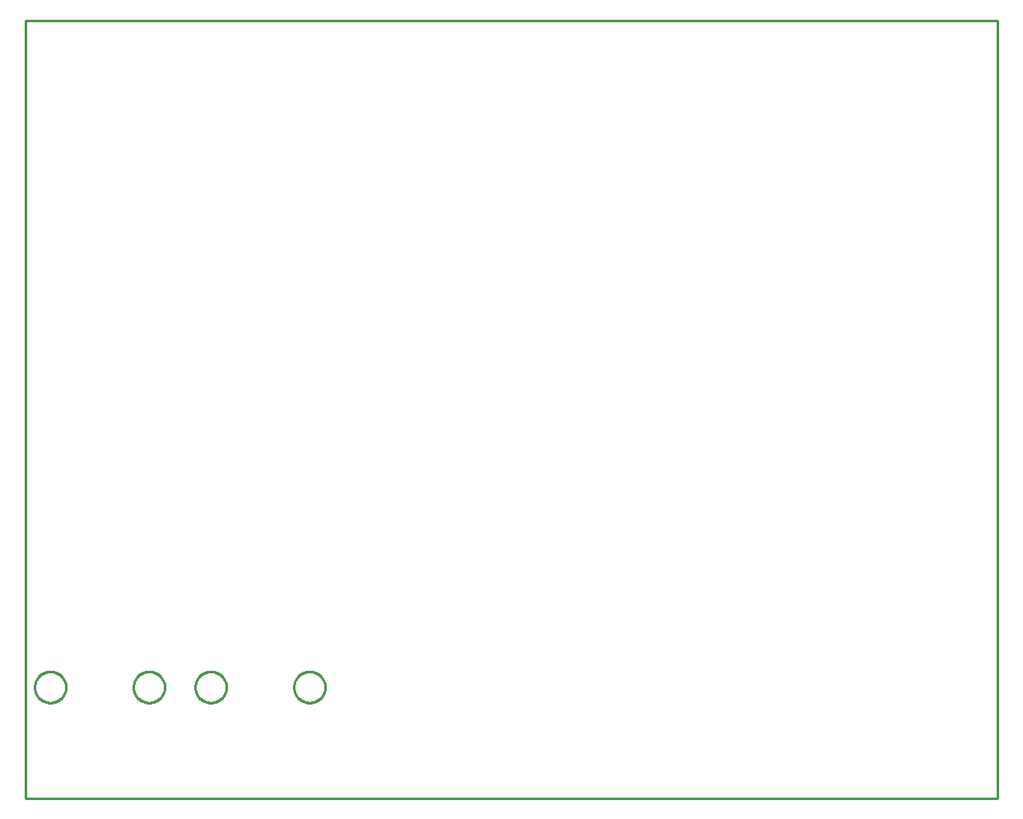
<source format=gbr>
G04 EAGLE Gerber RS-274X export*
G75*
%MOMM*%
%FSLAX34Y34*%
%LPD*%
%IN*%
%IPPOS*%
%AMOC8*
5,1,8,0,0,1.08239X$1,22.5*%
G01*
%ADD10C,0.254000*%


D10*
X0Y0D02*
X1000000Y0D01*
X1000000Y800000D01*
X0Y800000D01*
X0Y0D01*
X41400Y113776D02*
X41332Y112731D01*
X41195Y111692D01*
X40990Y110665D01*
X40719Y109653D01*
X40383Y108661D01*
X39982Y107693D01*
X39518Y106754D01*
X38995Y105846D01*
X38413Y104975D01*
X37775Y104144D01*
X37084Y103357D01*
X36343Y102616D01*
X35556Y101925D01*
X34725Y101288D01*
X33854Y100706D01*
X32946Y100182D01*
X32007Y99718D01*
X31039Y99317D01*
X30047Y98981D01*
X29035Y98710D01*
X28008Y98505D01*
X26969Y98369D01*
X25924Y98300D01*
X24876Y98300D01*
X23831Y98369D01*
X22792Y98505D01*
X21765Y98710D01*
X20753Y98981D01*
X19761Y99317D01*
X18793Y99718D01*
X17854Y100182D01*
X16946Y100706D01*
X16075Y101288D01*
X15244Y101925D01*
X14457Y102616D01*
X13716Y103357D01*
X13025Y104144D01*
X12388Y104975D01*
X11806Y105846D01*
X11282Y106754D01*
X10818Y107693D01*
X10417Y108661D01*
X10081Y109653D01*
X9810Y110665D01*
X9605Y111692D01*
X9469Y112731D01*
X9400Y113776D01*
X9400Y114824D01*
X9469Y115869D01*
X9605Y116908D01*
X9810Y117935D01*
X10081Y118947D01*
X10417Y119939D01*
X10818Y120907D01*
X11282Y121846D01*
X11806Y122754D01*
X12388Y123625D01*
X13025Y124456D01*
X13716Y125243D01*
X14457Y125984D01*
X15244Y126675D01*
X16075Y127313D01*
X16946Y127895D01*
X17854Y128418D01*
X18793Y128882D01*
X19761Y129283D01*
X20753Y129619D01*
X21765Y129890D01*
X22792Y130095D01*
X23831Y130232D01*
X24876Y130300D01*
X25924Y130300D01*
X26969Y130232D01*
X28008Y130095D01*
X29035Y129890D01*
X30047Y129619D01*
X31039Y129283D01*
X32007Y128882D01*
X32946Y128418D01*
X33854Y127895D01*
X34725Y127313D01*
X35556Y126675D01*
X36343Y125984D01*
X37084Y125243D01*
X37775Y124456D01*
X38413Y123625D01*
X38995Y122754D01*
X39518Y121846D01*
X39982Y120907D01*
X40383Y119939D01*
X40719Y118947D01*
X40990Y117935D01*
X41195Y116908D01*
X41332Y115869D01*
X41400Y114824D01*
X41400Y113776D01*
X143000Y113776D02*
X142932Y112731D01*
X142795Y111692D01*
X142590Y110665D01*
X142319Y109653D01*
X141983Y108661D01*
X141582Y107693D01*
X141118Y106754D01*
X140595Y105846D01*
X140013Y104975D01*
X139375Y104144D01*
X138684Y103357D01*
X137943Y102616D01*
X137156Y101925D01*
X136325Y101288D01*
X135454Y100706D01*
X134546Y100182D01*
X133607Y99718D01*
X132639Y99317D01*
X131647Y98981D01*
X130635Y98710D01*
X129608Y98505D01*
X128569Y98369D01*
X127524Y98300D01*
X126476Y98300D01*
X125431Y98369D01*
X124392Y98505D01*
X123365Y98710D01*
X122353Y98981D01*
X121361Y99317D01*
X120393Y99718D01*
X119454Y100182D01*
X118546Y100706D01*
X117675Y101288D01*
X116844Y101925D01*
X116057Y102616D01*
X115316Y103357D01*
X114625Y104144D01*
X113988Y104975D01*
X113406Y105846D01*
X112882Y106754D01*
X112418Y107693D01*
X112017Y108661D01*
X111681Y109653D01*
X111410Y110665D01*
X111205Y111692D01*
X111069Y112731D01*
X111000Y113776D01*
X111000Y114824D01*
X111069Y115869D01*
X111205Y116908D01*
X111410Y117935D01*
X111681Y118947D01*
X112017Y119939D01*
X112418Y120907D01*
X112882Y121846D01*
X113406Y122754D01*
X113988Y123625D01*
X114625Y124456D01*
X115316Y125243D01*
X116057Y125984D01*
X116844Y126675D01*
X117675Y127313D01*
X118546Y127895D01*
X119454Y128418D01*
X120393Y128882D01*
X121361Y129283D01*
X122353Y129619D01*
X123365Y129890D01*
X124392Y130095D01*
X125431Y130232D01*
X126476Y130300D01*
X127524Y130300D01*
X128569Y130232D01*
X129608Y130095D01*
X130635Y129890D01*
X131647Y129619D01*
X132639Y129283D01*
X133607Y128882D01*
X134546Y128418D01*
X135454Y127895D01*
X136325Y127313D01*
X137156Y126675D01*
X137943Y125984D01*
X138684Y125243D01*
X139375Y124456D01*
X140013Y123625D01*
X140595Y122754D01*
X141118Y121846D01*
X141582Y120907D01*
X141983Y119939D01*
X142319Y118947D01*
X142590Y117935D01*
X142795Y116908D01*
X142932Y115869D01*
X143000Y114824D01*
X143000Y113776D01*
X206500Y113776D02*
X206432Y112731D01*
X206295Y111692D01*
X206090Y110665D01*
X205819Y109653D01*
X205483Y108661D01*
X205082Y107693D01*
X204618Y106754D01*
X204095Y105846D01*
X203513Y104975D01*
X202875Y104144D01*
X202184Y103357D01*
X201443Y102616D01*
X200656Y101925D01*
X199825Y101288D01*
X198954Y100706D01*
X198046Y100182D01*
X197107Y99718D01*
X196139Y99317D01*
X195147Y98981D01*
X194135Y98710D01*
X193108Y98505D01*
X192069Y98369D01*
X191024Y98300D01*
X189976Y98300D01*
X188931Y98369D01*
X187892Y98505D01*
X186865Y98710D01*
X185853Y98981D01*
X184861Y99317D01*
X183893Y99718D01*
X182954Y100182D01*
X182046Y100706D01*
X181175Y101288D01*
X180344Y101925D01*
X179557Y102616D01*
X178816Y103357D01*
X178125Y104144D01*
X177488Y104975D01*
X176906Y105846D01*
X176382Y106754D01*
X175918Y107693D01*
X175517Y108661D01*
X175181Y109653D01*
X174910Y110665D01*
X174705Y111692D01*
X174569Y112731D01*
X174500Y113776D01*
X174500Y114824D01*
X174569Y115869D01*
X174705Y116908D01*
X174910Y117935D01*
X175181Y118947D01*
X175517Y119939D01*
X175918Y120907D01*
X176382Y121846D01*
X176906Y122754D01*
X177488Y123625D01*
X178125Y124456D01*
X178816Y125243D01*
X179557Y125984D01*
X180344Y126675D01*
X181175Y127313D01*
X182046Y127895D01*
X182954Y128418D01*
X183893Y128882D01*
X184861Y129283D01*
X185853Y129619D01*
X186865Y129890D01*
X187892Y130095D01*
X188931Y130232D01*
X189976Y130300D01*
X191024Y130300D01*
X192069Y130232D01*
X193108Y130095D01*
X194135Y129890D01*
X195147Y129619D01*
X196139Y129283D01*
X197107Y128882D01*
X198046Y128418D01*
X198954Y127895D01*
X199825Y127313D01*
X200656Y126675D01*
X201443Y125984D01*
X202184Y125243D01*
X202875Y124456D01*
X203513Y123625D01*
X204095Y122754D01*
X204618Y121846D01*
X205082Y120907D01*
X205483Y119939D01*
X205819Y118947D01*
X206090Y117935D01*
X206295Y116908D01*
X206432Y115869D01*
X206500Y114824D01*
X206500Y113776D01*
X308100Y113776D02*
X308032Y112731D01*
X307895Y111692D01*
X307690Y110665D01*
X307419Y109653D01*
X307083Y108661D01*
X306682Y107693D01*
X306218Y106754D01*
X305695Y105846D01*
X305113Y104975D01*
X304475Y104144D01*
X303784Y103357D01*
X303043Y102616D01*
X302256Y101925D01*
X301425Y101288D01*
X300554Y100706D01*
X299646Y100182D01*
X298707Y99718D01*
X297739Y99317D01*
X296747Y98981D01*
X295735Y98710D01*
X294708Y98505D01*
X293669Y98369D01*
X292624Y98300D01*
X291576Y98300D01*
X290531Y98369D01*
X289492Y98505D01*
X288465Y98710D01*
X287453Y98981D01*
X286461Y99317D01*
X285493Y99718D01*
X284554Y100182D01*
X283646Y100706D01*
X282775Y101288D01*
X281944Y101925D01*
X281157Y102616D01*
X280416Y103357D01*
X279725Y104144D01*
X279088Y104975D01*
X278506Y105846D01*
X277982Y106754D01*
X277518Y107693D01*
X277117Y108661D01*
X276781Y109653D01*
X276510Y110665D01*
X276305Y111692D01*
X276169Y112731D01*
X276100Y113776D01*
X276100Y114824D01*
X276169Y115869D01*
X276305Y116908D01*
X276510Y117935D01*
X276781Y118947D01*
X277117Y119939D01*
X277518Y120907D01*
X277982Y121846D01*
X278506Y122754D01*
X279088Y123625D01*
X279725Y124456D01*
X280416Y125243D01*
X281157Y125984D01*
X281944Y126675D01*
X282775Y127313D01*
X283646Y127895D01*
X284554Y128418D01*
X285493Y128882D01*
X286461Y129283D01*
X287453Y129619D01*
X288465Y129890D01*
X289492Y130095D01*
X290531Y130232D01*
X291576Y130300D01*
X292624Y130300D01*
X293669Y130232D01*
X294708Y130095D01*
X295735Y129890D01*
X296747Y129619D01*
X297739Y129283D01*
X298707Y128882D01*
X299646Y128418D01*
X300554Y127895D01*
X301425Y127313D01*
X302256Y126675D01*
X303043Y125984D01*
X303784Y125243D01*
X304475Y124456D01*
X305113Y123625D01*
X305695Y122754D01*
X306218Y121846D01*
X306682Y120907D01*
X307083Y119939D01*
X307419Y118947D01*
X307690Y117935D01*
X307895Y116908D01*
X308032Y115869D01*
X308100Y114824D01*
X308100Y113776D01*
M02*

</source>
